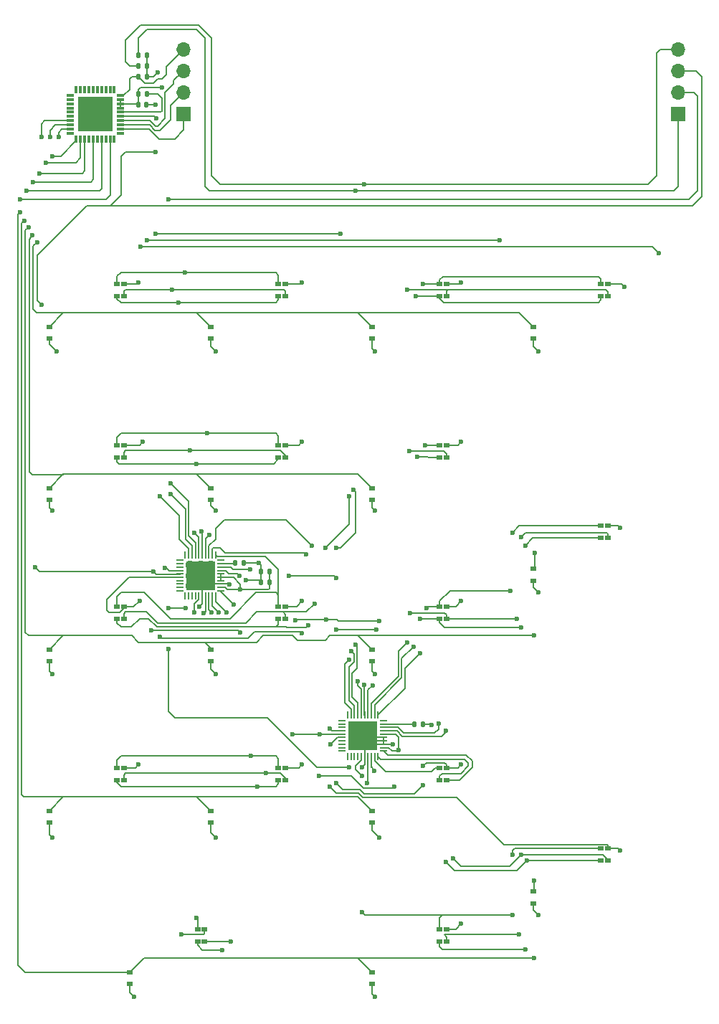
<source format=gtl>
G04 #@! TF.GenerationSoftware,KiCad,Pcbnew,(6.0.5)*
G04 #@! TF.CreationDate,2022-07-11T19:37:47+02:00*
G04 #@! TF.ProjectId,Numpad,4e756d70-6164-42e6-9b69-6361645f7063,rev?*
G04 #@! TF.SameCoordinates,Original*
G04 #@! TF.FileFunction,Copper,L1,Top*
G04 #@! TF.FilePolarity,Positive*
%FSLAX46Y46*%
G04 Gerber Fmt 4.6, Leading zero omitted, Abs format (unit mm)*
G04 Created by KiCad (PCBNEW (6.0.5)) date 2022-07-11 19:37:47*
%MOMM*%
%LPD*%
G01*
G04 APERTURE LIST*
G04 Aperture macros list*
%AMRoundRect*
0 Rectangle with rounded corners*
0 $1 Rounding radius*
0 $2 $3 $4 $5 $6 $7 $8 $9 X,Y pos of 4 corners*
0 Add a 4 corners polygon primitive as box body*
4,1,4,$2,$3,$4,$5,$6,$7,$8,$9,$2,$3,0*
0 Add four circle primitives for the rounded corners*
1,1,$1+$1,$2,$3*
1,1,$1+$1,$4,$5*
1,1,$1+$1,$6,$7*
1,1,$1+$1,$8,$9*
0 Add four rect primitives between the rounded corners*
20,1,$1+$1,$2,$3,$4,$5,0*
20,1,$1+$1,$4,$5,$6,$7,0*
20,1,$1+$1,$6,$7,$8,$9,0*
20,1,$1+$1,$8,$9,$2,$3,0*%
G04 Aperture macros list end*
G04 #@! TA.AperFunction,SMDPad,CuDef*
%ADD10R,0.700000X0.600000*%
G04 #@! TD*
G04 #@! TA.AperFunction,SMDPad,CuDef*
%ADD11R,0.650000X0.600000*%
G04 #@! TD*
G04 #@! TA.AperFunction,SMDPad,CuDef*
%ADD12RoundRect,0.135000X-0.135000X-0.185000X0.135000X-0.185000X0.135000X0.185000X-0.135000X0.185000X0*%
G04 #@! TD*
G04 #@! TA.AperFunction,SMDPad,CuDef*
%ADD13RoundRect,0.135000X0.135000X0.185000X-0.135000X0.185000X-0.135000X-0.185000X0.135000X-0.185000X0*%
G04 #@! TD*
G04 #@! TA.AperFunction,SMDPad,CuDef*
%ADD14RoundRect,0.008100X-0.126900X0.421900X-0.126900X-0.421900X0.126900X-0.421900X0.126900X0.421900X0*%
G04 #@! TD*
G04 #@! TA.AperFunction,SMDPad,CuDef*
%ADD15RoundRect,0.008100X-0.421900X-0.126900X0.421900X-0.126900X0.421900X0.126900X-0.421900X0.126900X0*%
G04 #@! TD*
G04 #@! TA.AperFunction,SMDPad,CuDef*
%ADD16R,4.100000X4.100000*%
G04 #@! TD*
G04 #@! TA.AperFunction,ComponentPad*
%ADD17R,1.700000X1.700000*%
G04 #@! TD*
G04 #@! TA.AperFunction,ComponentPad*
%ADD18O,1.700000X1.700000*%
G04 #@! TD*
G04 #@! TA.AperFunction,SMDPad,CuDef*
%ADD19RoundRect,0.140000X-0.140000X-0.170000X0.140000X-0.170000X0.140000X0.170000X-0.140000X0.170000X0*%
G04 #@! TD*
G04 #@! TA.AperFunction,SMDPad,CuDef*
%ADD20RoundRect,0.062500X-0.350000X-0.062500X0.350000X-0.062500X0.350000X0.062500X-0.350000X0.062500X0*%
G04 #@! TD*
G04 #@! TA.AperFunction,SMDPad,CuDef*
%ADD21RoundRect,0.062500X-0.062500X-0.350000X0.062500X-0.350000X0.062500X0.350000X-0.062500X0.350000X0*%
G04 #@! TD*
G04 #@! TA.AperFunction,ComponentPad*
%ADD22RoundRect,0.242500X-0.242500X-0.242500X0.242500X-0.242500X0.242500X0.242500X-0.242500X0.242500X0*%
G04 #@! TD*
G04 #@! TA.AperFunction,SMDPad,CuDef*
%ADD23R,3.400000X3.400000*%
G04 #@! TD*
G04 #@! TA.AperFunction,SMDPad,CuDef*
%ADD24RoundRect,0.140000X0.140000X0.170000X-0.140000X0.170000X-0.140000X-0.170000X0.140000X-0.170000X0*%
G04 #@! TD*
G04 #@! TA.AperFunction,ViaPad*
%ADD25C,0.600000*%
G04 #@! TD*
G04 #@! TA.AperFunction,Conductor*
%ADD26C,0.127000*%
G04 #@! TD*
G04 APERTURE END LIST*
D10*
X26089000Y-61060000D03*
X26089000Y-62460000D03*
D11*
X72194000Y-94095000D03*
X72194000Y-95495000D03*
X72994000Y-94095000D03*
X72994000Y-95495000D03*
D12*
X36574000Y-30226000D03*
X37594000Y-30226000D03*
D13*
X37594000Y-33528000D03*
X36574000Y-33528000D03*
D14*
X33764000Y-33028000D03*
X33264000Y-33028000D03*
X32764000Y-33028000D03*
X32264000Y-33028000D03*
X31764000Y-33028000D03*
X31264000Y-33028000D03*
X30764000Y-33028000D03*
X30264000Y-33028000D03*
X29764000Y-33028000D03*
X29264000Y-33028000D03*
D15*
X28579000Y-33713000D03*
X28579000Y-34213000D03*
X28579000Y-34713000D03*
X28579000Y-35213000D03*
X28579000Y-35713000D03*
X28579000Y-36213000D03*
X28579000Y-36713000D03*
X28579000Y-37213000D03*
X28579000Y-37713000D03*
X28579000Y-38213000D03*
D14*
X29264000Y-38898000D03*
X29764000Y-38898000D03*
X30264000Y-38898000D03*
X30764000Y-38898000D03*
X31264000Y-38898000D03*
X31764000Y-38898000D03*
X32264000Y-38898000D03*
X32764000Y-38898000D03*
X33264000Y-38898000D03*
X33764000Y-38898000D03*
D15*
X34449000Y-38213000D03*
X34449000Y-37713000D03*
X34449000Y-37213000D03*
X34449000Y-36713000D03*
X34449000Y-36213000D03*
X34449000Y-35713000D03*
X34449000Y-35213000D03*
X34449000Y-34713000D03*
X34449000Y-34213000D03*
X34449000Y-33713000D03*
D16*
X31514000Y-35963000D03*
D10*
X45139000Y-99160000D03*
X45139000Y-100560000D03*
D13*
X69190000Y-108000000D03*
X70210000Y-108000000D03*
D11*
X72194000Y-55995000D03*
X72194000Y-57395000D03*
X72994000Y-55995000D03*
X72994000Y-57395000D03*
X34094000Y-113145000D03*
X34094000Y-114545000D03*
X34894000Y-113145000D03*
X34894000Y-114545000D03*
D10*
X26089000Y-80110000D03*
X26089000Y-81510000D03*
X64189000Y-99160000D03*
X64189000Y-100560000D03*
X64189000Y-61060000D03*
X64189000Y-62460000D03*
D11*
X53144000Y-55995000D03*
X53144000Y-57395000D03*
X53944000Y-55995000D03*
X53944000Y-57395000D03*
X34094000Y-94095000D03*
X34094000Y-95495000D03*
X34894000Y-94095000D03*
X34894000Y-95495000D03*
X72194000Y-113145000D03*
X72194000Y-114545000D03*
X72994000Y-113145000D03*
X72994000Y-114545000D03*
D13*
X49024000Y-88900000D03*
X48004000Y-88900000D03*
D11*
X53144000Y-75045000D03*
X53144000Y-76445000D03*
X53944000Y-75045000D03*
X53944000Y-76445000D03*
D10*
X83239000Y-127735000D03*
X83239000Y-129135000D03*
X83239000Y-89635000D03*
X83239000Y-91035000D03*
D11*
X43619000Y-132195000D03*
X43619000Y-133595000D03*
X44419000Y-132195000D03*
X44419000Y-133595000D03*
D17*
X100320000Y-35894000D03*
D18*
X100320000Y-33354000D03*
X100320000Y-30814000D03*
X100320000Y-28274000D03*
D11*
X91244000Y-122670000D03*
X91244000Y-124070000D03*
X92044000Y-122670000D03*
X92044000Y-124070000D03*
X53144000Y-113145000D03*
X53144000Y-114545000D03*
X53944000Y-113145000D03*
X53944000Y-114545000D03*
D10*
X45139000Y-118210000D03*
X45139000Y-119610000D03*
X35614000Y-137260000D03*
X35614000Y-138660000D03*
D11*
X34094000Y-75045000D03*
X34094000Y-76445000D03*
X34894000Y-75045000D03*
X34894000Y-76445000D03*
D10*
X64189000Y-118210000D03*
X64189000Y-119610000D03*
D11*
X72194000Y-132195000D03*
X72194000Y-133595000D03*
X72994000Y-132195000D03*
X72994000Y-133595000D03*
X91244000Y-55995000D03*
X91244000Y-57395000D03*
X92044000Y-55995000D03*
X92044000Y-57395000D03*
X34094000Y-55995000D03*
X34094000Y-57395000D03*
X34894000Y-55995000D03*
X34894000Y-57395000D03*
D10*
X26089000Y-118210000D03*
X26089000Y-119610000D03*
X64189000Y-80110000D03*
X64189000Y-81510000D03*
X45139000Y-61060000D03*
X45139000Y-62460000D03*
D12*
X36574000Y-28956000D03*
X37594000Y-28956000D03*
D13*
X37594000Y-31496000D03*
X36574000Y-31496000D03*
D11*
X53144000Y-94095000D03*
X53144000Y-95495000D03*
X53944000Y-94095000D03*
X53944000Y-95495000D03*
D19*
X36604000Y-34798000D03*
X37564000Y-34798000D03*
D11*
X91244000Y-84570000D03*
X91244000Y-85970000D03*
X92044000Y-84570000D03*
X92044000Y-85970000D03*
D10*
X83239000Y-61060000D03*
X83239000Y-62460000D03*
X26089000Y-99160000D03*
X26089000Y-100560000D03*
D20*
X41504500Y-88624000D03*
X41504500Y-89024000D03*
X41504500Y-89424000D03*
X41504500Y-89824000D03*
X41504500Y-90224000D03*
X41504500Y-90624000D03*
X41504500Y-91024000D03*
X41504500Y-91424000D03*
X41504500Y-91824000D03*
X41504500Y-92224000D03*
D21*
X42142000Y-92861500D03*
X42542000Y-92861500D03*
X42942000Y-92861500D03*
X43342000Y-92861500D03*
X43742000Y-92861500D03*
X44142000Y-92861500D03*
X44542000Y-92861500D03*
X44942000Y-92861500D03*
X45342000Y-92861500D03*
X45742000Y-92861500D03*
D20*
X46379500Y-92224000D03*
X46379500Y-91824000D03*
D22*
X45142000Y-90424000D03*
X43942000Y-91624000D03*
X43942000Y-90424000D03*
X45142000Y-89224000D03*
X42742000Y-90424000D03*
X45142000Y-91624000D03*
X42742000Y-91624000D03*
X42742000Y-89224000D03*
D23*
X43942000Y-90424000D03*
D22*
X43942000Y-89224000D03*
D20*
X46379500Y-91424000D03*
X46379500Y-91024000D03*
X46379500Y-90624000D03*
X46379500Y-90224000D03*
X46379500Y-89824000D03*
X46379500Y-89424000D03*
X46379500Y-89024000D03*
X46379500Y-88624000D03*
D21*
X45742000Y-87986500D03*
X45342000Y-87986500D03*
X44942000Y-87986500D03*
X44542000Y-87986500D03*
X44142000Y-87986500D03*
X43742000Y-87986500D03*
X43342000Y-87986500D03*
X42942000Y-87986500D03*
X42542000Y-87986500D03*
X42142000Y-87986500D03*
D20*
X60681500Y-107547000D03*
X60681500Y-107947000D03*
X60681500Y-108347000D03*
X60681500Y-108747000D03*
X60681500Y-109147000D03*
X60681500Y-109547000D03*
X60681500Y-109947000D03*
X60681500Y-110347000D03*
X60681500Y-110747000D03*
X60681500Y-111147000D03*
D21*
X61319000Y-111784500D03*
X61719000Y-111784500D03*
X62119000Y-111784500D03*
X62519000Y-111784500D03*
X62919000Y-111784500D03*
X63319000Y-111784500D03*
X63719000Y-111784500D03*
X64119000Y-111784500D03*
X64519000Y-111784500D03*
X64919000Y-111784500D03*
D20*
X65556500Y-111147000D03*
X65556500Y-110747000D03*
D22*
X63119000Y-109347000D03*
X64319000Y-108147000D03*
X64319000Y-109347000D03*
X61919000Y-108147000D03*
D23*
X63119000Y-109347000D03*
D20*
X65556500Y-110347000D03*
D22*
X63119000Y-110547000D03*
X63119000Y-108147000D03*
X61919000Y-109347000D03*
X61919000Y-110547000D03*
X64319000Y-110547000D03*
D20*
X65556500Y-109947000D03*
X65556500Y-109547000D03*
X65556500Y-109147000D03*
X65556500Y-108747000D03*
X65556500Y-108347000D03*
X65556500Y-107947000D03*
X65556500Y-107547000D03*
D21*
X64919000Y-106909500D03*
X64519000Y-106909500D03*
X64119000Y-106909500D03*
X63719000Y-106909500D03*
X63319000Y-106909500D03*
X62919000Y-106909500D03*
X62519000Y-106909500D03*
X62119000Y-106909500D03*
X61719000Y-106909500D03*
X61319000Y-106909500D03*
D24*
X52080328Y-91186000D03*
X51120328Y-91186000D03*
D17*
X41926000Y-35894000D03*
D18*
X41926000Y-33354000D03*
X41926000Y-30814000D03*
X41926000Y-28274000D03*
D11*
X72194000Y-75045000D03*
X72194000Y-76445000D03*
X72994000Y-75045000D03*
X72994000Y-76445000D03*
D24*
X52080328Y-89916000D03*
X51120328Y-89916000D03*
D10*
X64189000Y-137260000D03*
X64189000Y-138660000D03*
X45139000Y-80110000D03*
X45139000Y-81510000D03*
D25*
X63246000Y-44196000D03*
X62230000Y-44958000D03*
X40132000Y-45974000D03*
X71200000Y-108100000D03*
X25654000Y-41656000D03*
X24638000Y-51054000D03*
X26974000Y-63992000D03*
X24102475Y-50197889D03*
X24892000Y-42926000D03*
X26466000Y-82788000D03*
X83385903Y-87707316D03*
X24130000Y-43942000D03*
X23626452Y-49305347D03*
X83362000Y-97520000D03*
X26466000Y-102092000D03*
X23114000Y-48514000D03*
X23368000Y-44958000D03*
X26466000Y-121396000D03*
X22606000Y-47498000D03*
X83362000Y-126476000D03*
X22606000Y-45974000D03*
X83362000Y-135620000D03*
X36118000Y-140192000D03*
X45770000Y-63992000D03*
X45770000Y-82788000D03*
X45770000Y-102092000D03*
X45770000Y-121396000D03*
X64566000Y-63992000D03*
X64566000Y-82788000D03*
X64566000Y-102092000D03*
X65074000Y-121396000D03*
X64566000Y-140192000D03*
X83870000Y-63992000D03*
X83870000Y-92440000D03*
X83870000Y-130540000D03*
X67310000Y-110998000D03*
X66802000Y-115316000D03*
X57985000Y-109147000D03*
X38862000Y-30988000D03*
X57952430Y-114057618D03*
X38608000Y-40386000D03*
X24384000Y-89408000D03*
X38701299Y-36445054D03*
X25146000Y-58420000D03*
X48641000Y-92075000D03*
X54810000Y-109147000D03*
X38612045Y-34788894D03*
X38354000Y-89916000D03*
X38100000Y-96884520D03*
X48641000Y-97155000D03*
X44720000Y-73644000D03*
X44958000Y-85598000D03*
X44069480Y-85216520D03*
X43434000Y-77216000D03*
X43180000Y-85344000D03*
X42688000Y-75676000D03*
X61468000Y-113030000D03*
X43815000Y-94107000D03*
X49276000Y-90932000D03*
X50800000Y-88900000D03*
X47371000Y-91440000D03*
X62992000Y-113030000D03*
X42218922Y-94229011D03*
X66675000Y-110363000D03*
X40132000Y-94234000D03*
X40132000Y-99060000D03*
X39370000Y-32766000D03*
X82480000Y-124070000D03*
X63627000Y-114935000D03*
X82346000Y-134604000D03*
X72898000Y-124206000D03*
X39116000Y-81026000D03*
X40602000Y-56680000D03*
X40386000Y-80772000D03*
X41364000Y-58204000D03*
X42126000Y-54648000D03*
X40386000Y-79502000D03*
X68580000Y-75692000D03*
X62484000Y-102870000D03*
X63299292Y-103322320D03*
X69523993Y-76436273D03*
X70497000Y-75045000D03*
X64262000Y-103378000D03*
X81788000Y-85852000D03*
X68326000Y-98298000D03*
X81280000Y-95504000D03*
X68724989Y-94851011D03*
X81788000Y-96520000D03*
X69088000Y-98806000D03*
X69859000Y-95495000D03*
X82296000Y-86868000D03*
X80772000Y-85344000D03*
X70612000Y-94234000D03*
X69850000Y-99568000D03*
X80518000Y-92202000D03*
X56388000Y-87884000D03*
X56642000Y-96266000D03*
X72898000Y-108712000D03*
X55177262Y-95724876D03*
X65024000Y-95758000D03*
X48514000Y-90424000D03*
X58783011Y-95648989D03*
X58674000Y-87122000D03*
X61468000Y-81026000D03*
X59944000Y-90678000D03*
X72080004Y-107923248D03*
X64719750Y-96805095D03*
X59944000Y-87122000D03*
X61976000Y-80264000D03*
X59944000Y-96774000D03*
X54356000Y-90424000D03*
X49784000Y-89662000D03*
X73787000Y-123825000D03*
X81838000Y-123428000D03*
X64501614Y-113461467D03*
X81584000Y-132826000D03*
X57096345Y-86864569D03*
X57404000Y-93726000D03*
X80822000Y-130540000D03*
X80822000Y-123428000D03*
X62992000Y-130175000D03*
X62992000Y-114046000D03*
X70231000Y-115189000D03*
X70231000Y-112903000D03*
X74726000Y-74660000D03*
X74726000Y-55864000D03*
X59309000Y-110363000D03*
X74726000Y-112760000D03*
X59972227Y-114917341D03*
X74726000Y-131556000D03*
X74726000Y-93456000D03*
X41706000Y-132826000D03*
X36626000Y-112760000D03*
X36741335Y-93416482D03*
X36626000Y-55864000D03*
X37134000Y-74660000D03*
X39779308Y-89488624D03*
X39164446Y-97627280D03*
X55930000Y-74660000D03*
X55930000Y-112760000D03*
X55930000Y-93456000D03*
X55930000Y-55864000D03*
X55930000Y-97232000D03*
X59182000Y-108458000D03*
X59182000Y-115316000D03*
X93522000Y-84820000D03*
X93522000Y-122920000D03*
X94030000Y-56372000D03*
X46101000Y-94742000D03*
X49927000Y-111744000D03*
X50673000Y-115316000D03*
X46990000Y-94742000D03*
X47879000Y-93853000D03*
X51705000Y-113776000D03*
X43434000Y-130810000D03*
X43180000Y-94742000D03*
X44323000Y-94869000D03*
X46482000Y-134620000D03*
X45212000Y-94742000D03*
X47498000Y-133604000D03*
X62230000Y-98552000D03*
X70243000Y-55995000D03*
X61722000Y-99314000D03*
X69351000Y-57395000D03*
X68326000Y-56642000D03*
X61468000Y-100330000D03*
X79248000Y-50800000D03*
X26162000Y-38608000D03*
X37592000Y-50800000D03*
X27178000Y-38608000D03*
X60452000Y-50038000D03*
X38608000Y-50038000D03*
X25146000Y-38608000D03*
X98044000Y-52324000D03*
X36830000Y-51562000D03*
X26416000Y-40894000D03*
D26*
X96774000Y-44196000D02*
X97282000Y-43688000D01*
X63246000Y-44196000D02*
X96774000Y-44196000D01*
X97790000Y-43180000D02*
X97282000Y-43688000D01*
X46228000Y-44196000D02*
X63246000Y-44196000D01*
X45212000Y-26924000D02*
X45212000Y-43180000D01*
X42926000Y-25400000D02*
X43688000Y-25400000D01*
X45212000Y-43180000D02*
X46228000Y-44196000D01*
X43688000Y-25400000D02*
X45212000Y-26924000D01*
X36830000Y-25400000D02*
X42926000Y-25400000D01*
X97790000Y-28702000D02*
X97790000Y-43180000D01*
X98218000Y-28274000D02*
X97790000Y-28702000D01*
X100320000Y-28274000D02*
X98218000Y-28274000D01*
X100320000Y-44460000D02*
X99822000Y-44958000D01*
X99822000Y-44958000D02*
X62230000Y-44958000D01*
X100320000Y-35894000D02*
X100320000Y-44460000D01*
X44958000Y-44958000D02*
X62230000Y-44958000D01*
X44450000Y-44450000D02*
X44958000Y-44958000D01*
X44450000Y-26924000D02*
X44450000Y-44450000D01*
X43434000Y-25908000D02*
X44450000Y-26924000D01*
X37592000Y-25908000D02*
X43434000Y-25908000D01*
X101600000Y-45974000D02*
X40132000Y-45974000D01*
X102616000Y-44958000D02*
X101600000Y-45974000D01*
X102616000Y-39116000D02*
X102616000Y-44958000D01*
X102616000Y-39116000D02*
X102616000Y-33782000D01*
X102616000Y-39370000D02*
X102616000Y-39116000D01*
X32864000Y-46736000D02*
X102064000Y-46736000D01*
X103124000Y-39878000D02*
X103124000Y-39876000D01*
X32864000Y-46736000D02*
X33274000Y-46736000D01*
X103124000Y-39876000D02*
X103124000Y-31496000D01*
X103124000Y-45676000D02*
X103124000Y-39876000D01*
X30480000Y-46736000D02*
X32864000Y-46736000D01*
X102064000Y-46736000D02*
X103124000Y-45676000D01*
X70210000Y-108000000D02*
X71100000Y-108000000D01*
X71100000Y-108000000D02*
X71200000Y-108100000D01*
X65556500Y-107947000D02*
X69137000Y-107947000D01*
X69137000Y-107947000D02*
X69190000Y-108000000D01*
X72080004Y-108539476D02*
X72080004Y-107923248D01*
X66853000Y-108347000D02*
X67285136Y-108347000D01*
X65556500Y-108347000D02*
X66853000Y-108347000D01*
X67285136Y-108347000D02*
X67957616Y-109019480D01*
X67957616Y-109019480D02*
X71600000Y-109019480D01*
X71600000Y-109019480D02*
X72080004Y-108539476D01*
X72898000Y-108902000D02*
X72898000Y-108712000D01*
X67800000Y-109400000D02*
X72400000Y-109400000D01*
X72400000Y-109400000D02*
X72898000Y-108902000D01*
X67147000Y-108747000D02*
X67800000Y-109400000D01*
X65556500Y-108747000D02*
X67147000Y-108747000D01*
X27733521Y-59415479D02*
X24617479Y-59415479D01*
X25654000Y-41656000D02*
X29210000Y-41656000D01*
X26089000Y-61060000D02*
X27733521Y-59415479D01*
X24166080Y-58964080D02*
X24166080Y-51525920D01*
X43494479Y-59415479D02*
X62544479Y-59415479D01*
X43494479Y-59415479D02*
X45139000Y-61060000D01*
X29764000Y-41102000D02*
X29764000Y-38898000D01*
X62544479Y-59415479D02*
X64189000Y-61060000D01*
X24617479Y-59415479D02*
X24166080Y-58964080D01*
X29210000Y-41656000D02*
X29764000Y-41102000D01*
X24166080Y-51525920D02*
X24638000Y-51054000D01*
X27733521Y-59415479D02*
X43494479Y-59415479D01*
X62544479Y-59415479D02*
X81594479Y-59415479D01*
X81594479Y-59415479D02*
X83239000Y-61060000D01*
X26089000Y-62460000D02*
X26089000Y-63107000D01*
X26089000Y-63107000D02*
X26974000Y-63992000D01*
X23712560Y-78141440D02*
X23712560Y-50709440D01*
X29972000Y-42926000D02*
X30264000Y-42634000D01*
X27733521Y-78465479D02*
X27713000Y-78486000D01*
X43494479Y-78465479D02*
X45139000Y-80110000D01*
X30264000Y-42634000D02*
X30264000Y-38898000D01*
X27713000Y-78486000D02*
X24057120Y-78486000D01*
X26089000Y-80110000D02*
X27733521Y-78465479D01*
X27733521Y-78465479D02*
X43479479Y-78465479D01*
X43479479Y-78465479D02*
X62544479Y-78465479D01*
X43479479Y-78465479D02*
X43494479Y-78465479D01*
X24057120Y-78486000D02*
X23712560Y-78141440D01*
X23712560Y-50709440D02*
X24102475Y-50197889D01*
X24892000Y-42926000D02*
X29972000Y-42926000D01*
X62544479Y-78465479D02*
X64189000Y-80110000D01*
X26089000Y-82411000D02*
X26466000Y-82788000D01*
X26089000Y-81510000D02*
X26089000Y-82411000D01*
X36617042Y-98298000D02*
X44450000Y-98298000D01*
X24130000Y-43942000D02*
X30988000Y-43942000D01*
X62544479Y-97515479D02*
X64189000Y-99160000D01*
X26089000Y-99160000D02*
X27733521Y-97515479D01*
X54843479Y-97515479D02*
X55372000Y-98044000D01*
X50546000Y-98298000D02*
X51328521Y-97515479D01*
X31264000Y-43666000D02*
X31264000Y-38898000D01*
X55372000Y-98044000D02*
X58674000Y-98044000D01*
X23259040Y-97136960D02*
X23259040Y-49638960D01*
X83362000Y-97520000D02*
X83357479Y-97515479D01*
X23259040Y-49638960D02*
X23626452Y-49305347D01*
X44450000Y-98298000D02*
X45139000Y-98987000D01*
X27733521Y-97515479D02*
X35834521Y-97515479D01*
X30988000Y-43942000D02*
X31264000Y-43666000D01*
X59202521Y-97515479D02*
X62544479Y-97515479D01*
X44450000Y-98298000D02*
X50546000Y-98298000D01*
X27733521Y-97515479D02*
X23637559Y-97515479D01*
X58674000Y-98044000D02*
X59202521Y-97515479D01*
X83385903Y-87707316D02*
X83385903Y-89488097D01*
X36617042Y-98298000D02*
X35834521Y-97515479D01*
X23637559Y-97515479D02*
X23259040Y-97136960D01*
X51328521Y-97515479D02*
X54843479Y-97515479D01*
X62544479Y-97515479D02*
X83357479Y-97515479D01*
X26089000Y-100560000D02*
X26089000Y-101715000D01*
X26089000Y-101715000D02*
X26466000Y-102092000D01*
X27733521Y-116565479D02*
X23093479Y-116565479D01*
X62544479Y-116565479D02*
X64189000Y-118210000D01*
X22805520Y-48822480D02*
X23114000Y-48514000D01*
X26089000Y-118210000D02*
X27733521Y-116565479D01*
X32004000Y-44958000D02*
X32264000Y-44698000D01*
X22805520Y-116277520D02*
X22805520Y-48822480D01*
X32264000Y-44698000D02*
X32264000Y-38898000D01*
X43494479Y-116565479D02*
X62544479Y-116565479D01*
X23093479Y-116565479D02*
X22805520Y-116277520D01*
X43494479Y-116565479D02*
X45139000Y-118210000D01*
X27733521Y-116565479D02*
X43494479Y-116565479D01*
X23368000Y-44958000D02*
X32004000Y-44958000D01*
X26089000Y-121019000D02*
X26466000Y-121396000D01*
X26089000Y-119610000D02*
X26089000Y-121019000D01*
X22606000Y-45974000D02*
X32766000Y-45974000D01*
X22352000Y-136398000D02*
X22352000Y-47752000D01*
X23214000Y-137260000D02*
X22352000Y-136398000D01*
X35614000Y-137260000D02*
X23214000Y-137260000D01*
X83362000Y-126476000D02*
X83362000Y-127612000D01*
X33274000Y-45466000D02*
X33274000Y-38908000D01*
X62539479Y-135610479D02*
X64189000Y-137260000D01*
X37263521Y-135610479D02*
X62539479Y-135610479D01*
X35614000Y-137260000D02*
X37263521Y-135610479D01*
X22352000Y-47752000D02*
X22606000Y-47498000D01*
X62539479Y-135610479D02*
X83352479Y-135610479D01*
X83352479Y-135610479D02*
X83362000Y-135620000D01*
X32766000Y-45974000D02*
X33274000Y-45466000D01*
X35614000Y-139688000D02*
X36118000Y-140192000D01*
X35614000Y-138660000D02*
X35614000Y-139688000D01*
X45139000Y-62460000D02*
X45139000Y-63361000D01*
X45139000Y-63361000D02*
X45770000Y-63992000D01*
X45139000Y-82157000D02*
X45770000Y-82788000D01*
X45139000Y-81510000D02*
X45139000Y-82157000D01*
X45139000Y-101461000D02*
X45770000Y-102092000D01*
X45139000Y-100560000D02*
X45139000Y-101461000D01*
X45139000Y-119610000D02*
X45139000Y-120765000D01*
X45139000Y-120765000D02*
X45770000Y-121396000D01*
X64189000Y-62460000D02*
X64189000Y-63615000D01*
X64189000Y-63615000D02*
X64566000Y-63992000D01*
X64189000Y-82411000D02*
X64566000Y-82788000D01*
X64189000Y-81510000D02*
X64189000Y-82411000D01*
X64189000Y-101715000D02*
X64566000Y-102092000D01*
X64189000Y-100560000D02*
X64189000Y-101715000D01*
X64189000Y-119610000D02*
X64189000Y-120511000D01*
X64189000Y-120511000D02*
X65074000Y-121396000D01*
X64189000Y-138660000D02*
X64189000Y-139815000D01*
X64189000Y-139815000D02*
X64566000Y-140192000D01*
X83239000Y-62460000D02*
X83239000Y-63361000D01*
X83239000Y-63361000D02*
X83870000Y-63992000D01*
X83239000Y-91809000D02*
X83870000Y-92440000D01*
X83239000Y-91035000D02*
X83239000Y-91809000D01*
X83239000Y-129135000D02*
X83239000Y-129909000D01*
X83239000Y-129909000D02*
X83870000Y-130540000D01*
X37594000Y-33528000D02*
X38862000Y-33528000D01*
X38862000Y-33528000D02*
X39370000Y-34036000D01*
X39217000Y-35713000D02*
X34449000Y-35713000D01*
X39370000Y-35560000D02*
X39217000Y-35713000D01*
X39370000Y-34036000D02*
X39370000Y-35560000D01*
X38681480Y-90243480D02*
X41485020Y-90243480D01*
X52080328Y-91937672D02*
X52080328Y-91186000D01*
X46379500Y-91024000D02*
X46379500Y-90624000D01*
X48641000Y-97155000D02*
X48370520Y-96884520D01*
X38354000Y-89916000D02*
X24892000Y-89916000D01*
X66983000Y-109147000D02*
X67310000Y-109474000D01*
X35052000Y-40386000D02*
X38608000Y-40386000D01*
X61722000Y-114046000D02*
X57952430Y-114057618D01*
X57985000Y-109147000D02*
X54810000Y-109147000D01*
X37594000Y-31496000D02*
X37594000Y-30226000D01*
X37564000Y-34798000D02*
X38612045Y-34788894D01*
X66565989Y-115552011D02*
X63228011Y-115552011D01*
X103124000Y-31496000D02*
X102442000Y-30814000D01*
X48641000Y-92075000D02*
X48641000Y-91440000D01*
X34449000Y-36213000D02*
X38499000Y-36213000D01*
X66802000Y-115316000D02*
X66565989Y-115552011D01*
X34544000Y-45466000D02*
X33274000Y-46736000D01*
X24638000Y-57912000D02*
X24638000Y-52578000D01*
X46379500Y-91824000D02*
X46882414Y-91824000D01*
X38499000Y-36213000D02*
X38701299Y-36445054D01*
X51958520Y-92059480D02*
X52080328Y-91937672D01*
X37592000Y-28956000D02*
X37592000Y-30224000D01*
X38354000Y-89916000D02*
X38681480Y-90243480D01*
X47133414Y-92075000D02*
X48641000Y-92075000D01*
X25146000Y-58420000D02*
X24638000Y-57912000D01*
X63228011Y-115552011D02*
X61722000Y-114046000D01*
X52080328Y-91186000D02*
X52080328Y-89916000D01*
X48370520Y-96884520D02*
X38100000Y-96884520D01*
X65556500Y-109147000D02*
X66983000Y-109147000D01*
X46379500Y-90624000D02*
X46379500Y-90224000D01*
X65556500Y-110747000D02*
X66170000Y-110747000D01*
X34544000Y-40894000D02*
X34544000Y-45466000D01*
X38354000Y-31496000D02*
X38862000Y-30988000D01*
X24892000Y-89916000D02*
X24384000Y-89408000D01*
X60681500Y-109147000D02*
X57985000Y-109147000D01*
X66548000Y-111125000D02*
X67310000Y-111125000D01*
X48641000Y-91440000D02*
X47825000Y-90624000D01*
X48656520Y-92059480D02*
X51958520Y-92059480D01*
X67310000Y-111125000D02*
X67310000Y-110998000D01*
X66170000Y-110747000D02*
X66548000Y-111125000D01*
X48641000Y-92075000D02*
X48656520Y-92059480D01*
X47825000Y-90624000D02*
X46379500Y-90624000D01*
X102442000Y-30814000D02*
X100320000Y-30814000D01*
X24638000Y-52578000D02*
X30480000Y-46736000D01*
X46882414Y-91824000D02*
X47133414Y-92075000D01*
X37594000Y-31496000D02*
X38354000Y-31496000D01*
X34544000Y-40894000D02*
X35052000Y-40386000D01*
X67310000Y-109474000D02*
X67310000Y-110998000D01*
X34094000Y-74144000D02*
X34594000Y-73644000D01*
X44720000Y-73644000D02*
X52882000Y-73644000D01*
X53144000Y-73906000D02*
X53144000Y-75045000D01*
X34594000Y-73644000D02*
X44720000Y-73644000D01*
X52882000Y-73644000D02*
X53144000Y-73906000D01*
X44958000Y-85598000D02*
X44542000Y-86014000D01*
X34094000Y-75045000D02*
X34094000Y-74144000D01*
X44542000Y-86014000D02*
X44542000Y-87986500D01*
X34094000Y-76445000D02*
X34094000Y-77020000D01*
X44069480Y-85216520D02*
X44161480Y-85308520D01*
X44142000Y-85289040D02*
X44142000Y-87986500D01*
X34290000Y-77216000D02*
X43434000Y-77216000D01*
X34094000Y-77020000D02*
X34290000Y-77216000D01*
X43434000Y-77216000D02*
X52578000Y-77216000D01*
X44069480Y-85216520D02*
X44142000Y-85289040D01*
X52578000Y-77216000D02*
X53144000Y-76650000D01*
X35102000Y-75676000D02*
X42688000Y-75676000D01*
X53390000Y-75676000D02*
X53944000Y-76230000D01*
X34894000Y-76445000D02*
X34894000Y-75884000D01*
X42688000Y-75676000D02*
X53390000Y-75676000D01*
X43742000Y-85906000D02*
X43742000Y-87986500D01*
X34894000Y-75884000D02*
X35102000Y-75676000D01*
X43180000Y-85344000D02*
X43742000Y-85906000D01*
X52882000Y-92440000D02*
X53144000Y-92702000D01*
X34594000Y-92440000D02*
X37322000Y-92440000D01*
X37322000Y-92440000D02*
X40386000Y-95504000D01*
X53144000Y-92768000D02*
X53144000Y-94095000D01*
X34094000Y-92940000D02*
X34594000Y-92440000D01*
X45893500Y-88138000D02*
X45742000Y-87986500D01*
X50530000Y-92440000D02*
X52882000Y-92440000D01*
X53144000Y-89720000D02*
X51562000Y-88138000D01*
X40386000Y-95504000D02*
X47466000Y-95504000D01*
X53144000Y-92702000D02*
X53144000Y-92768000D01*
X51562000Y-88138000D02*
X45893500Y-88138000D01*
X47466000Y-95504000D02*
X50530000Y-92440000D01*
X34094000Y-94095000D02*
X34094000Y-92940000D01*
X53144000Y-92768000D02*
X53144000Y-89720000D01*
X40132000Y-106426000D02*
X40132000Y-99060000D01*
X102188000Y-33354000D02*
X100320000Y-33354000D01*
X34449000Y-34713000D02*
X34449000Y-35213000D01*
X36576000Y-33020000D02*
X36830000Y-32766000D01*
X51120328Y-89220328D02*
X50800000Y-88900000D01*
X65556500Y-109947000D02*
X65556500Y-109547000D01*
X64519000Y-109547000D02*
X64319000Y-109347000D01*
X63319000Y-111784500D02*
X63319000Y-112703000D01*
X57658000Y-113030000D02*
X51816000Y-107188000D01*
X34449000Y-34713000D02*
X36519000Y-34713000D01*
X65556500Y-110347000D02*
X66659000Y-110347000D01*
X51120328Y-89916000D02*
X51120328Y-89220328D01*
X44142000Y-92861500D02*
X44142000Y-93780000D01*
X46379500Y-91424000D02*
X45342000Y-91424000D01*
X46379500Y-91424000D02*
X47355000Y-91424000D01*
X66659000Y-110347000D02*
X66675000Y-110363000D01*
X36830000Y-32766000D02*
X39370000Y-32766000D01*
X47355000Y-91424000D02*
X47371000Y-91440000D01*
X63719000Y-109947000D02*
X63119000Y-109347000D01*
X51816000Y-107188000D02*
X40894000Y-107188000D01*
X65556500Y-109547000D02*
X64519000Y-109547000D01*
X65556500Y-109947000D02*
X63719000Y-109947000D01*
X63319000Y-111784500D02*
X63319000Y-110747000D01*
X40894000Y-107188000D02*
X40132000Y-106426000D01*
X36576000Y-33526000D02*
X36576000Y-33020000D01*
X63319000Y-112703000D02*
X62992000Y-113030000D01*
X34449000Y-34713000D02*
X34449000Y-34213000D01*
X65556500Y-110347000D02*
X64519000Y-110347000D01*
X49024000Y-88900000D02*
X50800000Y-88900000D01*
X49276000Y-90932000D02*
X50866328Y-90932000D01*
X44142000Y-93780000D02*
X43815000Y-94107000D01*
X102616000Y-33782000D02*
X102188000Y-33354000D01*
X40132000Y-94234000D02*
X42218922Y-94229011D01*
X61468000Y-113030000D02*
X57658000Y-113030000D01*
X64519000Y-110347000D02*
X64319000Y-110547000D01*
X36574000Y-33528000D02*
X36574000Y-34768000D01*
X63319000Y-110747000D02*
X63119000Y-110547000D01*
X44142000Y-92861500D02*
X44142000Y-91824000D01*
X50866328Y-90932000D02*
X51120328Y-91186000D01*
X51120328Y-91186000D02*
X51120328Y-89916000D01*
X65556500Y-110347000D02*
X65556500Y-109947000D01*
X63719000Y-111784500D02*
X63719000Y-114843000D01*
X72533000Y-134604000D02*
X82346000Y-134604000D01*
X63719000Y-114843000D02*
X63627000Y-114935000D01*
X82480000Y-124070000D02*
X81328000Y-125222000D01*
X73914000Y-125222000D02*
X72898000Y-124206000D01*
X72194000Y-133595000D02*
X72194000Y-134265000D01*
X72194000Y-134265000D02*
X72533000Y-134604000D01*
X81328000Y-125222000D02*
X73914000Y-125222000D01*
X82480000Y-124070000D02*
X91244000Y-124070000D01*
X46379500Y-89024000D02*
X47880000Y-89024000D01*
X34894000Y-57395000D02*
X34894000Y-56834000D01*
X42542000Y-87246000D02*
X42542000Y-87986500D01*
X53779000Y-56680000D02*
X53944000Y-56845000D01*
X39116000Y-81026000D02*
X41402000Y-83312000D01*
X34894000Y-56834000D02*
X35048000Y-56680000D01*
X53944000Y-56845000D02*
X53944000Y-57395000D01*
X35048000Y-56680000D02*
X40602000Y-56680000D01*
X41402000Y-86106000D02*
X42542000Y-87246000D01*
X40602000Y-56680000D02*
X53779000Y-56680000D01*
X41402000Y-83312000D02*
X41402000Y-86106000D01*
X34540000Y-58204000D02*
X41364000Y-58204000D01*
X52828000Y-58204000D02*
X53144000Y-57888000D01*
X34094000Y-57395000D02*
X34094000Y-57758000D01*
X41364000Y-58204000D02*
X52828000Y-58204000D01*
X53144000Y-57888000D02*
X53144000Y-57395000D01*
X42942000Y-86884000D02*
X42942000Y-87986500D01*
X40386000Y-80772000D02*
X42164000Y-82550000D01*
X42164000Y-86106000D02*
X42942000Y-86884000D01*
X42164000Y-82550000D02*
X42164000Y-86106000D01*
X34094000Y-57758000D02*
X34540000Y-58204000D01*
X42126000Y-54648000D02*
X52828000Y-54648000D01*
X34094000Y-55094000D02*
X34540000Y-54648000D01*
X42562989Y-81678989D02*
X42562989Y-85742989D01*
X43342000Y-86522000D02*
X43342000Y-87986500D01*
X40386000Y-79502000D02*
X42562989Y-81678989D01*
X34540000Y-54648000D02*
X42126000Y-54648000D01*
X42562989Y-85742989D02*
X43342000Y-86522000D01*
X53144000Y-54964000D02*
X53144000Y-55995000D01*
X34094000Y-55995000D02*
X34094000Y-55094000D01*
X52828000Y-54648000D02*
X53144000Y-54964000D01*
X72994000Y-76042000D02*
X72644000Y-75692000D01*
X62484000Y-103379614D02*
X62918772Y-103814386D01*
X62918772Y-103814386D02*
X62918772Y-106909272D01*
X62484000Y-102870000D02*
X62484000Y-103379614D01*
X72994000Y-76445000D02*
X72994000Y-76042000D01*
X68580000Y-75692000D02*
X72644000Y-75692000D01*
X63299292Y-103322320D02*
X63299292Y-106889792D01*
X72194000Y-76445000D02*
X69523993Y-76436273D01*
X63719000Y-103921000D02*
X63719000Y-106909500D01*
X64262000Y-103378000D02*
X63719000Y-103921000D01*
X72194000Y-75045000D02*
X70497000Y-75045000D01*
X68326000Y-98298000D02*
X67310000Y-99314000D01*
X67310000Y-102331864D02*
X64119000Y-105522864D01*
X82296000Y-85344000D02*
X81788000Y-85852000D01*
X81271000Y-95495000D02*
X72994000Y-95495000D01*
X67310000Y-99314000D02*
X67310000Y-102331864D01*
X68724989Y-94851011D02*
X72777011Y-94851011D01*
X92044000Y-85970000D02*
X92044000Y-85470000D01*
X72777011Y-94851011D02*
X72994000Y-95068000D01*
X81280000Y-95504000D02*
X81271000Y-95495000D01*
X72994000Y-95068000D02*
X72994000Y-95495000D01*
X92044000Y-85470000D02*
X91918000Y-85344000D01*
X91918000Y-85344000D02*
X82296000Y-85344000D01*
X64119000Y-105522864D02*
X64119000Y-106909500D01*
X72719000Y-96520000D02*
X72194000Y-95995000D01*
X72194000Y-95495000D02*
X69859000Y-95495000D01*
X83194000Y-85970000D02*
X82296000Y-86868000D01*
X69088000Y-98806000D02*
X67691481Y-100202519D01*
X64519000Y-105661000D02*
X64519000Y-106909500D01*
X91244000Y-85970000D02*
X83194000Y-85970000D01*
X72194000Y-95995000D02*
X72194000Y-95495000D01*
X67691481Y-102488519D02*
X64519000Y-105661000D01*
X67691481Y-100202519D02*
X67691481Y-102488519D01*
X81788000Y-96520000D02*
X72719000Y-96520000D01*
X72194000Y-94095000D02*
X72194000Y-93414000D01*
X73406000Y-92202000D02*
X80518000Y-92202000D01*
X69850000Y-99568000D02*
X68072000Y-101346000D01*
X91244000Y-84570000D02*
X81546000Y-84570000D01*
X68072000Y-103756500D02*
X64919000Y-106909500D01*
X70751000Y-94095000D02*
X70612000Y-94234000D01*
X68072000Y-101346000D02*
X68072000Y-103756500D01*
X72194000Y-93414000D02*
X73406000Y-92202000D01*
X81546000Y-84570000D02*
X80772000Y-85344000D01*
X72194000Y-94095000D02*
X70751000Y-94095000D01*
X54134000Y-96520000D02*
X56388000Y-96520000D01*
X35798000Y-96504000D02*
X34594000Y-96504000D01*
X53144000Y-95495000D02*
X53144000Y-96242000D01*
X53144000Y-96242000D02*
X52882000Y-96504000D01*
X37830932Y-95519068D02*
X36782932Y-95519068D01*
X56261480Y-87757480D02*
X46863480Y-87757480D01*
X45342000Y-87246000D02*
X45342000Y-87986500D01*
X52594000Y-96504000D02*
X38815864Y-96504000D01*
X46863480Y-87757480D02*
X46228000Y-87122000D01*
X46228000Y-87122000D02*
X45466000Y-87122000D01*
X45466000Y-87122000D02*
X45342000Y-87246000D01*
X52594000Y-96504000D02*
X54118000Y-96504000D01*
X34594000Y-96504000D02*
X34094000Y-96004000D01*
X38815864Y-96504000D02*
X37830932Y-95519068D01*
X52882000Y-96504000D02*
X52594000Y-96504000D01*
X56388000Y-87884000D02*
X56261480Y-87757480D01*
X56388000Y-96520000D02*
X56642000Y-96266000D01*
X36782932Y-95519068D02*
X35798000Y-96504000D01*
X34094000Y-96004000D02*
X34094000Y-95495000D01*
X54118000Y-96504000D02*
X54134000Y-96520000D01*
X36574000Y-28956000D02*
X36574000Y-26926000D01*
X36574000Y-26926000D02*
X37592000Y-25908000D01*
X55253149Y-95648989D02*
X55177262Y-95724876D01*
X46379500Y-89824000D02*
X46898000Y-89824000D01*
X46898000Y-89824000D02*
X47244000Y-90170000D01*
X58674000Y-87122000D02*
X61468000Y-84328000D01*
X47244000Y-90170000D02*
X48260000Y-90170000D01*
X65024000Y-95758000D02*
X60198000Y-95758000D01*
X48260000Y-90170000D02*
X48514000Y-90424000D01*
X60088989Y-95648989D02*
X58783011Y-95648989D01*
X58783011Y-95648989D02*
X55253149Y-95648989D01*
X60198000Y-95758000D02*
X60088989Y-95648989D01*
X61468000Y-84328000D02*
X61468000Y-81026000D01*
X64719750Y-96805095D02*
X59975095Y-96805095D01*
X36574000Y-30226000D02*
X35560000Y-30226000D01*
X47806748Y-89662000D02*
X49784000Y-89662000D01*
X47568748Y-89424000D02*
X47806748Y-89662000D01*
X35560000Y-30226000D02*
X35052000Y-29718000D01*
X62230000Y-80518000D02*
X61976000Y-80264000D01*
X35052000Y-27178000D02*
X36830000Y-25400000D01*
X59975095Y-96805095D02*
X59944000Y-96774000D01*
X54356000Y-90424000D02*
X59690000Y-90424000D01*
X59690000Y-90424000D02*
X59944000Y-90678000D01*
X35052000Y-29718000D02*
X35052000Y-27178000D01*
X62230000Y-85344000D02*
X62230000Y-80518000D01*
X60452000Y-87122000D02*
X62230000Y-85344000D01*
X46379500Y-89424000D02*
X47568748Y-89424000D01*
X59944000Y-87122000D02*
X60452000Y-87122000D01*
X76018520Y-112334146D02*
X75337343Y-111652969D01*
X76018520Y-113090854D02*
X76018520Y-112334146D01*
X75337343Y-111652969D02*
X66062469Y-111652969D01*
X66062469Y-111652969D02*
X65556500Y-111147000D01*
X74564374Y-114545000D02*
X76018520Y-113090854D01*
X72994000Y-114545000D02*
X74564374Y-114545000D01*
X65240989Y-112106489D02*
X75149489Y-112106489D01*
X75149489Y-112106489D02*
X75565000Y-112522000D01*
X72517000Y-113792000D02*
X72194000Y-114115000D01*
X74676000Y-113792000D02*
X72517000Y-113792000D01*
X64919000Y-111784500D02*
X65240989Y-112106489D01*
X75565000Y-112522000D02*
X75565000Y-112903000D01*
X72194000Y-114115000D02*
X72194000Y-114545000D01*
X75565000Y-112903000D02*
X74676000Y-113792000D01*
X64519000Y-111784500D02*
X64519000Y-112271000D01*
X65786000Y-113538000D02*
X71247000Y-113538000D01*
X64519000Y-112271000D02*
X65786000Y-113538000D01*
X71640000Y-113145000D02*
X72194000Y-113145000D01*
X71247000Y-113538000D02*
X71640000Y-113145000D01*
X80497520Y-124768480D02*
X74730480Y-124768480D01*
X64119000Y-111784500D02*
X64119000Y-113026422D01*
X81838000Y-123428000D02*
X81849511Y-123416489D01*
X81838000Y-123428000D02*
X80497520Y-124768480D01*
X64119000Y-113014000D02*
X64192289Y-113099711D01*
X83858489Y-123416489D02*
X81849511Y-123416489D01*
X72994000Y-133095000D02*
X72994000Y-133595000D01*
X64192289Y-113099711D02*
X64501614Y-113461467D01*
X72725000Y-132826000D02*
X81584000Y-132826000D01*
X83870000Y-123428000D02*
X91490000Y-123428000D01*
X83870000Y-123428000D02*
X83858489Y-123416489D01*
X72725000Y-132826000D02*
X72994000Y-133095000D01*
X91490000Y-123428000D02*
X92044000Y-123982000D01*
X74730480Y-124768480D02*
X73787000Y-123825000D01*
X64119000Y-113026422D02*
X64192289Y-113099711D01*
X53578000Y-94726000D02*
X53675000Y-94726000D01*
X37608000Y-94758000D02*
X38862000Y-96012000D01*
X37608000Y-94726000D02*
X37608000Y-94758000D01*
X46736000Y-83820000D02*
X45720000Y-84836000D01*
X53944000Y-94995000D02*
X53944000Y-95495000D01*
X53675000Y-94726000D02*
X53944000Y-94995000D01*
X45720000Y-86106000D02*
X44942000Y-86884000D01*
X35102000Y-94726000D02*
X37608000Y-94726000D01*
X50562000Y-94726000D02*
X53578000Y-94726000D01*
X34894000Y-95495000D02*
X34894000Y-94934000D01*
X45720000Y-84836000D02*
X45720000Y-86106000D01*
X56404000Y-94726000D02*
X57404000Y-93726000D01*
X53578000Y-94726000D02*
X56404000Y-94726000D01*
X44942000Y-86884000D02*
X44942000Y-87986500D01*
X57096345Y-86864569D02*
X54051776Y-83820000D01*
X49276000Y-96012000D02*
X50562000Y-94726000D01*
X54051776Y-83820000D02*
X46736000Y-83820000D01*
X34894000Y-94934000D02*
X35102000Y-94726000D01*
X38862000Y-96012000D02*
X49276000Y-96012000D01*
X72533000Y-130540000D02*
X63357000Y-130540000D01*
X91244000Y-122670000D02*
X81072000Y-122670000D01*
X62230000Y-112903000D02*
X62230000Y-113284000D01*
X62919000Y-112214000D02*
X62230000Y-112903000D01*
X62919000Y-111784500D02*
X62919000Y-112214000D01*
X81072000Y-122670000D02*
X80822000Y-122920000D01*
X63357000Y-130540000D02*
X62992000Y-130175000D01*
X80822000Y-122920000D02*
X80822000Y-123428000D01*
X62230000Y-113284000D02*
X62992000Y-114046000D01*
X72194000Y-132195000D02*
X72194000Y-130879000D01*
X72194000Y-130879000D02*
X72533000Y-130540000D01*
X72533000Y-130540000D02*
X80822000Y-130540000D01*
X63276136Y-116205000D02*
X62768617Y-115697481D01*
X74341000Y-75045000D02*
X74726000Y-74660000D01*
X72994000Y-113145000D02*
X72994000Y-112718000D01*
X72994000Y-75045000D02*
X74341000Y-75045000D01*
X60681500Y-109547000D02*
X60125000Y-109547000D01*
X72994000Y-132195000D02*
X74087000Y-132195000D01*
X60706481Y-115697481D02*
X59972227Y-114917341D01*
X60125000Y-109547000D02*
X59309000Y-110363000D01*
X70231000Y-115189000D02*
X69215000Y-116205000D01*
X72994000Y-94095000D02*
X74087000Y-94095000D01*
X72994000Y-112718000D02*
X72798000Y-112522000D01*
X74726000Y-55864000D02*
X74595000Y-55995000D01*
X62768617Y-115697481D02*
X60706481Y-115697481D01*
X72798000Y-112522000D02*
X70612000Y-112522000D01*
X74341000Y-113145000D02*
X74726000Y-112760000D01*
X72994000Y-113145000D02*
X74341000Y-113145000D01*
X69215000Y-116205000D02*
X63276136Y-116205000D01*
X72994000Y-55995000D02*
X74595000Y-55995000D01*
X74087000Y-132195000D02*
X74726000Y-131556000D01*
X74087000Y-94095000D02*
X74726000Y-93456000D01*
X70612000Y-112522000D02*
X70231000Y-112903000D01*
X35987000Y-94095000D02*
X36741335Y-93416482D01*
X44419000Y-132695000D02*
X44288000Y-132826000D01*
X34894000Y-113145000D02*
X36241000Y-113145000D01*
X44288000Y-132826000D02*
X41706000Y-132826000D01*
X32893000Y-94488000D02*
X32893000Y-93218000D01*
X34894000Y-94259022D02*
X34411022Y-94742000D01*
X34894000Y-94095000D02*
X35987000Y-94095000D01*
X33147000Y-94742000D02*
X32893000Y-94488000D01*
X36241000Y-113145000D02*
X36626000Y-112760000D01*
X44419000Y-132195000D02*
X44419000Y-132695000D01*
X34894000Y-75045000D02*
X36749000Y-75045000D01*
X36749000Y-75045000D02*
X37134000Y-74660000D01*
X34411022Y-94742000D02*
X33147000Y-94742000D01*
X36495000Y-55995000D02*
X36626000Y-55864000D01*
X32893000Y-93218000D02*
X35487000Y-90624000D01*
X35487000Y-90624000D02*
X41504500Y-90624000D01*
X34894000Y-55995000D02*
X36495000Y-55995000D01*
X50292000Y-97028000D02*
X49530000Y-97790000D01*
X53944000Y-55995000D02*
X55799000Y-55995000D01*
X49530000Y-97790000D02*
X39370000Y-97790000D01*
X55930000Y-97232000D02*
X55726000Y-97028000D01*
X39370000Y-97790000D02*
X39164446Y-97627280D01*
X39888624Y-89488624D02*
X40224000Y-89824000D01*
X55545000Y-75045000D02*
X55930000Y-74660000D01*
X53944000Y-75045000D02*
X55545000Y-75045000D01*
X53944000Y-113145000D02*
X55545000Y-113145000D01*
X55726000Y-97028000D02*
X50292000Y-97028000D01*
X55799000Y-55995000D02*
X55930000Y-55864000D01*
X53944000Y-94095000D02*
X55291000Y-94095000D01*
X55545000Y-113145000D02*
X55930000Y-112760000D01*
X55291000Y-94095000D02*
X55930000Y-93456000D01*
X40224000Y-89824000D02*
X41504500Y-89824000D01*
X39779308Y-89488624D02*
X39888624Y-89488624D01*
X92044000Y-55995000D02*
X93653000Y-55995000D01*
X62611000Y-116078000D02*
X59944000Y-116078000D01*
X93272000Y-122670000D02*
X93522000Y-122920000D01*
X93653000Y-55995000D02*
X94030000Y-56372000D01*
X93272000Y-84570000D02*
X93522000Y-84820000D01*
X92037989Y-122236989D02*
X79818989Y-122236989D01*
X59944000Y-116078000D02*
X59182000Y-115316000D01*
X63119000Y-116586000D02*
X62611000Y-116078000D01*
X79818989Y-122236989D02*
X74168000Y-116586000D01*
X92044000Y-122670000D02*
X93272000Y-122670000D01*
X92044000Y-122243000D02*
X92037989Y-122236989D01*
X59471000Y-108747000D02*
X59182000Y-108458000D01*
X60681500Y-108747000D02*
X59471000Y-108747000D01*
X92044000Y-122670000D02*
X92044000Y-122243000D01*
X92044000Y-84570000D02*
X93272000Y-84570000D01*
X74168000Y-116586000D02*
X63119000Y-116586000D01*
X34094000Y-113145000D02*
X34094000Y-112244000D01*
X45342000Y-92861500D02*
X45342000Y-93983000D01*
X49927000Y-111744000D02*
X52882000Y-111744000D01*
X34594000Y-111744000D02*
X49927000Y-111744000D01*
X45342000Y-93983000D02*
X46101000Y-94742000D01*
X52882000Y-111744000D02*
X53144000Y-112006000D01*
X53144000Y-112006000D02*
X53144000Y-113145000D01*
X34094000Y-112244000D02*
X34594000Y-111744000D01*
X34544000Y-115316000D02*
X50673000Y-115316000D01*
X34094000Y-114545000D02*
X34094000Y-114866000D01*
X53144000Y-115004000D02*
X53144000Y-114545000D01*
X45742000Y-92861500D02*
X45742000Y-93494000D01*
X34094000Y-114866000D02*
X34544000Y-115316000D01*
X50673000Y-115316000D02*
X52832000Y-115316000D01*
X45742000Y-93494000D02*
X46990000Y-94742000D01*
X52832000Y-115316000D02*
X53144000Y-115004000D01*
X46379500Y-92224000D02*
X46379500Y-92353500D01*
X34894000Y-114545000D02*
X34894000Y-113984000D01*
X34894000Y-113984000D02*
X35102000Y-113776000D01*
X51705000Y-113776000D02*
X53390000Y-113776000D01*
X46379500Y-92353500D02*
X47879000Y-93853000D01*
X35102000Y-113776000D02*
X51705000Y-113776000D01*
X53390000Y-113776000D02*
X53944000Y-114330000D01*
X43180000Y-93793117D02*
X43180000Y-94742000D01*
X43619000Y-130995000D02*
X43434000Y-130810000D01*
X43742000Y-93231117D02*
X43180000Y-93793117D01*
X43742000Y-92861500D02*
X43742000Y-93231117D01*
X43619000Y-132195000D02*
X43619000Y-130995000D01*
X43619000Y-134095000D02*
X44144000Y-134620000D01*
X44542000Y-92861500D02*
X44542000Y-94650000D01*
X44144000Y-134620000D02*
X46482000Y-134620000D01*
X43619000Y-133595000D02*
X43619000Y-134095000D01*
X44542000Y-94650000D02*
X44323000Y-94869000D01*
X47489000Y-133595000D02*
X47498000Y-133604000D01*
X44419000Y-133595000D02*
X47489000Y-133595000D01*
X44942000Y-94472000D02*
X45212000Y-94742000D01*
X44942000Y-92861500D02*
X44942000Y-94472000D01*
X61848520Y-101981480D02*
X61848520Y-104774520D01*
X62465531Y-98787531D02*
X62465530Y-101364470D01*
X62230000Y-98552000D02*
X62465531Y-98787531D01*
X91244000Y-55995000D02*
X91244000Y-55430000D01*
X72571000Y-55118000D02*
X72194000Y-55495000D01*
X72194000Y-55995000D02*
X70243000Y-55995000D01*
X91244000Y-55430000D02*
X90932000Y-55118000D01*
X61848520Y-104774520D02*
X62519000Y-105445000D01*
X72194000Y-55495000D02*
X72194000Y-55995000D01*
X62519000Y-105445000D02*
X62519000Y-106909500D01*
X90932000Y-55118000D02*
X72571000Y-55118000D01*
X62465530Y-101364470D02*
X61848520Y-101981480D01*
X61468000Y-105156000D02*
X62119000Y-105807000D01*
X61468000Y-101202586D02*
X61468000Y-105156000D01*
X61722000Y-99314000D02*
X62085011Y-99677011D01*
X62085011Y-100585575D02*
X61468000Y-101202586D01*
X72194000Y-57395000D02*
X69351000Y-57395000D01*
X62119000Y-105807000D02*
X62119000Y-106909500D01*
X72194000Y-57395000D02*
X72194000Y-57716000D01*
X72194000Y-57716000D02*
X72644000Y-58166000D01*
X72644000Y-58166000D02*
X90932000Y-58166000D01*
X90932000Y-58166000D02*
X91244000Y-57854000D01*
X91244000Y-57854000D02*
X91244000Y-57395000D01*
X62085011Y-99677011D02*
X62085011Y-100585575D01*
X73152000Y-56642000D02*
X68326000Y-56642000D01*
X61719000Y-106169000D02*
X61719000Y-106909500D01*
X61468000Y-100330000D02*
X60960000Y-100838000D01*
X73152000Y-56642000D02*
X91791000Y-56642000D01*
X60960000Y-100838000D02*
X60960000Y-105410000D01*
X60960000Y-105410000D02*
X61719000Y-106169000D01*
X72994000Y-57395000D02*
X72994000Y-56800000D01*
X72994000Y-56800000D02*
X73152000Y-56642000D01*
X91791000Y-56642000D02*
X92044000Y-56895000D01*
X92044000Y-56895000D02*
X92044000Y-57395000D01*
X79248000Y-50800000D02*
X37592000Y-50800000D01*
X26162000Y-37846000D02*
X26795000Y-37213000D01*
X26162000Y-38608000D02*
X26162000Y-37846000D01*
X26795000Y-37213000D02*
X28579000Y-37213000D01*
X27178000Y-38100000D02*
X27565000Y-37713000D01*
X27178000Y-38608000D02*
X27178000Y-38100000D01*
X60452000Y-50038000D02*
X38608000Y-50038000D01*
X27565000Y-37713000D02*
X28579000Y-37713000D01*
X25146000Y-37084000D02*
X25517000Y-36713000D01*
X25146000Y-38608000D02*
X25146000Y-37084000D01*
X98044000Y-52324000D02*
X97282000Y-51562000D01*
X25517000Y-36713000D02*
X28579000Y-36713000D01*
X97282000Y-51562000D02*
X36830000Y-51562000D01*
X29264000Y-39062000D02*
X27432000Y-40894000D01*
X27432000Y-40894000D02*
X26416000Y-40894000D01*
X41926000Y-37830000D02*
X41926000Y-35894000D01*
X40894000Y-38862000D02*
X41926000Y-37830000D01*
X37906728Y-37713000D02*
X39055728Y-38862000D01*
X39055728Y-38862000D02*
X40894000Y-38862000D01*
X34449000Y-37713000D02*
X37906728Y-37713000D01*
X38592932Y-37861068D02*
X37944864Y-37213000D01*
X41926000Y-33354000D02*
X40386000Y-34894000D01*
X40386000Y-34894000D02*
X40386000Y-36576000D01*
X39116000Y-37846000D02*
X38608000Y-37846000D01*
X38608000Y-37846000D02*
X38592932Y-37861068D01*
X37944864Y-37213000D02*
X34449000Y-37213000D01*
X40386000Y-36576000D02*
X39116000Y-37846000D01*
X40749011Y-32402989D02*
X39750519Y-33401481D01*
X40749011Y-31990989D02*
X40749011Y-32402989D01*
X37983000Y-36713000D02*
X34449000Y-36713000D01*
X41926000Y-30814000D02*
X40749011Y-31990989D01*
X38862000Y-37338000D02*
X38608000Y-37338000D01*
X39750520Y-36449480D02*
X38862000Y-37338000D01*
X39750519Y-33401481D02*
X39750520Y-36449480D01*
X38608000Y-37338000D02*
X37983000Y-36713000D01*
X38862000Y-31750000D02*
X39370000Y-31750000D01*
X35814000Y-31496000D02*
X36574000Y-31496000D01*
X39878000Y-31242000D02*
X39878000Y-30322000D01*
X35560000Y-31750000D02*
X35814000Y-31496000D01*
X37336000Y-32258000D02*
X38354000Y-32258000D01*
X34867000Y-33713000D02*
X35560000Y-33020000D01*
X34449000Y-33713000D02*
X34867000Y-33713000D01*
X39370000Y-31750000D02*
X39878000Y-31242000D01*
X39878000Y-30322000D02*
X41926000Y-28274000D01*
X38354000Y-32258000D02*
X38862000Y-31750000D01*
X35560000Y-33020000D02*
X35560000Y-31750000D01*
X36574000Y-31496000D02*
X37336000Y-32258000D01*
M02*

</source>
